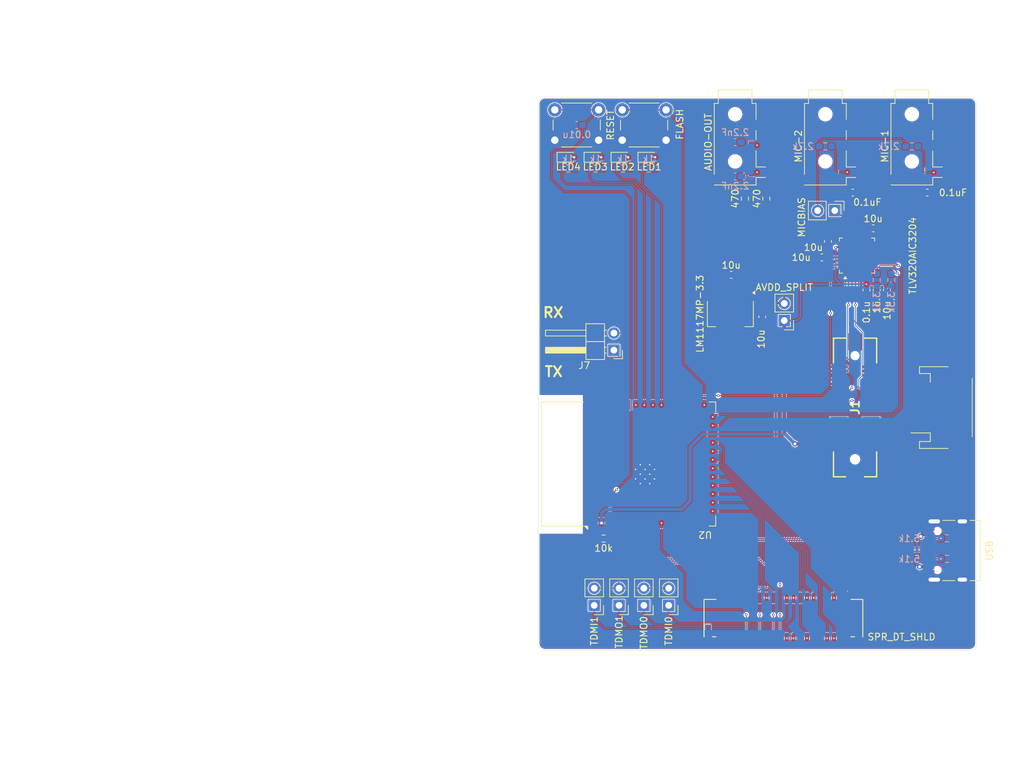
<source format=kicad_pcb>
(kicad_pcb (version 20241229) (generator "pcbnew") (generator_version "9.0")
  (layers (0 "F.Cu" signal) (2 "B.Cu" signal) (13 "F.Paste" user) (15 "B.Paste" user) (5 "F.SilkS" user "F.Silkscreen") (7 "B.SilkS" user "B.Silkscreen") (1 "F.Mask" user) (3 "B.Mask" user) (25 "Edge.Cuts" user))
  (net 0 "")
  (net 1 "/I2S_MP3_1")
  (net 3 "GND")
  (net 4 "MIDI-TX0")
  (net 6 "MIDI-TX1")
  (net 7 "/I2S_WCLK_MCU")
  (net 8 "MIDI-RX1")
  (net 11 "/I2S_MCLK_MCU")
  (net 12 "MIDI-TX4")
  (net 13 "/I2S_MP3_0")
  (net 14 "MIDI-TX3")
  (net 17 "MIDI-TX5")
  (net 18 "MIDI-RX0")
  (net 19 "MIDI-RX2")
  (net 20 "MIDI-RX3")
  (net 22 "/I2S_BCLK_MCU")
  (net 24 "MIDI-TX2")
  (net 26 "/I2S_ADPCM")
  (net 28 "Net-(U1-DVDD)")
  (net 29 "Net-(U1-AVDD)")
  (net 30 "Net-(U1-REF)")
  (net 31 "+3.3V")
  (net 32 "Net-(C7-Pad1)")
  (net 33 "Net-(C8-Pad2)")
  (net 34 "/AUDIO_IO/MIC2_IN")
  (net 35 "Net-(C9-Pad1)")
  (net 36 "Net-(C10-Pad1)")
  (net 37 "/AUDIO_IO/MIC1_IN")
  (net 38 "+3.3VA")
  (net 39 "+5V")
  (net 40 "/MCU/EN")
  (net 41 "Net-(D1-A)")
  (net 42 "Net-(D2-A)")
  (net 43 "Net-(D3-A)")
  (net 44 "Net-(D4-A)")
  (net 50 "/DOUT")
  (net 55 "/DIN")
  (net 56 "/WCLK")
  (net 61 "/MCLK")
  (net 63 "/BCLK")
  (net 66 "/MCU/USBDM")
  (net 67 "Net-(J5-CC1)")
  (net 68 "/MCU/USBDP")
  (net 69 "Net-(J5-CC2)")
  (net 70 "Net-(JP1-A)")
  (net 71 "/AUDIO_IO/MICBIAS")
  (net 72 "/AUDIO_IO/LINEOUT_L")
  (net 73 "/AUDIO_IO/LINEOUT_R")
  (net 74 "/MCU/LED1")
  (net 75 "/MCU/LED2")
  (net 76 "/MCU/LED3")
  (net 77 "/MCU/LED4")
  (net 79 "/SDA")
  (net 80 "/MCU/FLASH")
  (net 81 "/MCU/DEBUG_TX")
  (net 84 "/SCL")
  (net 85 "/MCU/DEBUG_RX")
  (net 86 "/TDMO0")
  (net 87 "/TDMI1")
  (net 88 "/TDMO1")
  (net 89 "/TDMI0")
  (net 90 "/I2S_IN")
  (net 91 "/CODEC_RESET")
  (footprint "parts:JST_SHD_SM40B-SRDS-G-TF_2x20_P1.0_Right_Angle" (layer "F.Cu") (at 166.37 143.2425)
    (property "Reference" "B1")
    (property "Value" "SPR_DT_SHLD")
  )
  (footprint "RF_Module:ESP32-S3-WROOM-1" (layer "F.Cu") (at 143.383 120.396 90)
    (property "Reference" "U2")
    (property "Value" "ESP32-S3-WROOM-1")
  )
  (footprint "Connector_PinHeader_2.54mm:PinHeader_1x02_P2.54mm_Vertical" (layer "F.Cu") (at 138.303 141.356 180)
    (property "Reference" "JP6" (hide yes))
    (property "Value" "TDMI1")
  )
  (footprint "Capacitor_SMD:C_0603_1608Metric_Pad1.08x0.95mm_HandSolder" (layer "F.Cu") (at 172.066 89.7485 180)
    (property "Reference" "C1" (hide yes))
    (property "Value" "10u")
  )
  (footprint "Capacitor_SMD:C_0603_1608Metric_Pad1.08x0.95mm_HandSolder" (layer "F.Cu") (at 181.737 94.5745 -90)
    (property "Reference" "C4" (hide yes))
    (property "Value" "10u")
  )
  (footprint "Resistor_SMD:R_0603_1608Metric_Pad0.98x0.95mm_HandSolder" (layer "F.Cu") (at 139.7 131.445)
    (property "Reference" "R7" (hide yes))
    (property "Value" "10k")
  )
  (footprint "LED_SMD:LED_0603_1608Metric_Pad1.05x0.95mm_HandSolder" (layer "F.Cu") (at 138.462 74.8895)
    (property "Reference" "D3" (hide yes))
    (property "Value" "LED3")
  )
  (footprint "Capacitor_SMD:C_0603_1608Metric_Pad1.08x0.95mm_HandSolder" (layer "F.Cu") (at 176.657 80.131)
    (property "Reference" "C9" (hide yes))
    (property "Value" "0.1uF")
  )
  (footprint "Capacitor_SMD:C_0603_1608Metric_Pad1.08x0.95mm_HandSolder" (layer "F.Cu") (at 187.706 80.131 180)
    (property "Reference" "C10" (hide yes))
    (property "Value" "0.1uF")
  )
  (footprint "Capacitor_SMD:C_0603_1608Metric_Pad1.08x0.95mm_HandSolder" (layer "F.Cu") (at 180.213 94.5745 90)
    (property "Reference" "C5" (hide yes))
    (property "Value" "1u")
  )
  (footprint "Connector_Audio:Jack_3.5mm_PJ320D_Horizontal" (layer "F.Cu") (at 185.42 73.279 -90)
    (property "Reference" "J3" (hide yes))
    (property "Value" "MIC-1")
  )
  (footprint "Button_Switch_THT:SW_PUSH_6mm_H8mm" (layer "F.Cu") (at 142.462 67.854)
    (property "Reference" "SW2" (hide yes))
    (property "Value" "FLASH")
  )
  (footprint "Capacitor_SMD:C_0603_1608Metric_Pad1.08x0.95mm_HandSolder" (layer "F.Cu") (at 179.686 85.4305 180)
    (property "Reference" "C3" (hide yes))
    (property "Value" "10u")
  )
  (footprint "Connector_PinHeader_2.54mm:PinHeader_1x02_P2.54mm_Vertical" (layer "F.Cu") (at 173.99 82.79225 -90)
    (property "Reference" "JP1" (hide yes))
    (property "Value" "MICBIAS")
  )
  (footprint "Button_Switch_THT:SW_PUSH_6mm_H8mm" (layer "F.Cu") (at 132.462 67.854)
    (property "Reference" "SW1" (hide yes))
    (property "Value" "RESET")
  )
  (footprint "LED_SMD:LED_0603_1608Metric_Pad1.05x0.95mm_HandSolder" (layer "F.Cu") (at 134.462 74.8895)
    (property "Reference" "D4" (hide yes))
    (property "Value" "LED4")
  )
  (footprint "Resistor_SMD:R_0603_1608Metric_Pad0.98x0.95mm_HandSolder" (layer "F.Cu") (at 163.83 81.026 90)
    (property "Reference" "R1" (hide yes))
    (property "Value" "470")
  )
  (footprint "Connector_JST:JST_PH_S4B-PH-SM4-TB_1x04-1MP_P2.00mm_Horizontal" (layer "F.Cu") (at 189.865 112.014 90)
    (property "Reference" "J6" (hide yes))
    (property "Value" "PWR5V")
  )
  (footprint "Package_DFN_QFN:VQFN-32-1EP_5x5mm_P0.5mm_EP3.5x3.5mm" (layer "F.Cu") (at 177.292 89.4745 90)
    (property "Reference" "U1" (hide yes))
    (property "Value" "TLV320AIC3204")
  )
  (footprint "Connector_PinHeader_2.54mm:PinHeader_1x02_P2.54mm_Vertical" (layer "F.Cu") (at 145.669 141.356 180)
    (property "Reference" "JP3" (hide yes))
    (property "Value" "TDMO0")
  )
  (footprint "Package_TO_SOT_SMD:SOT-223-3_TabPin2" (layer "F.Cu") (at 158.496 98.111 -90)
    (property "Reference" "U3" (hide yes))
    (property "Value" "LM1117MP-3.3")
  )
  (footprint "LED_SMD:LED_0603_1608Metric_Pad1.05x0.95mm_HandSolder" (layer "F.Cu") (at 146.462 74.8895)
    (property "Reference" "D1" (hide yes))
    (property "Value" "LED1")
  )
  (footprint "LED_SMD:LED_0603_1608Metric_Pad1.05x0.95mm_HandSolder" (layer "F.Cu") (at 142.462 74.8895)
    (property "Reference" "D2" (hide yes))
    (property "Value" "LED2")
  )
  (footprint "Resistor_SMD:R_0603_1608Metric_Pad0.98x0.95mm_HandSolder" (layer "F.Cu") (at 160.655 81.026 -90)
    (property "Reference" "R2" (hide yes))
    (property "Value" "470")
  )
  (footprint "Capacitor_SMD:C_0603_1608Metric_Pad1.08x0.95mm_HandSolder" (layer "F.Cu") (at 163.23 98.557 -90)
    (property "Reference" "C11" (hide yes))
    (property "Value" "10u")
  )
  (footprint "Capacitor_SMD:C_0603_1608Metric_Pad1.08x0.95mm_HandSolder" (layer "F.Cu") (at 172.974 87.376 -90)
    (property "Reference" "C2" (hide yes))
    (property "Value" "10u")
  )
  (footprint "Connector_USB:USB_C_Receptacle_Palconn_UTC16-G" (layer "F.Cu") (at 190.673 133.221 90)
    (property "Reference" "J5" (hide yes))
    (property "Value" "USB")
  )
  (footprint "Connector_PinHeader_2.54mm:PinHeader_1x02_P2.54mm_Horizontal" (layer "F.Cu") (at 141.224 103.505 180)
    (property "Reference" "J7")
    (property "Value" "Conn_01x02_Pin")
  )
  (footprint "Capacitor_SMD:C_0603_1608Metric_Pad1.08x0.95mm_HandSolder" (layer "F.Cu") (at 178.689 94.5745 90)
    (property "Reference" "C6" (hide yes))
    (property "Value" "0.1u")
  )
  (footprint "Connector_PinHeader_2.54mm:PinHeader_1x02_P2.54mm_Vertical" (layer "F.Cu") (at 141.986 141.356 180)
    (property "Reference" "JP4" (hide yes))
    (property "Value" "TDMO1")
  )
  (footprint "Connector_PinHeader_2.54mm:PinHeader_1x02_P2.54mm_Vertical" (layer "F.Cu") (at 166.496 99.111 180)
    (property "Reference" "JP2" (hide yes))
    (property "Value" "AVDD_SPLIT")
  )
  (footprint "Connector_Audio:Jack_3.5mm_PJ320D_Horizontal" (layer "F.Cu") (at 172.593 73.279 -90)
    (property "Reference" "J4" (hide yes))
    (property "Value" "MIC-2")
  )
  (footprint "parts:529010474" (layer "F.Cu") (at 177 112 90)
    (property "Reference" "J1")
    (property "Value" "SPR_DT_BC" (hide yes))
  )
  (footprint "Capacitor_SMD:C_0603_1608Metric_Pad1.08x0.95mm_HandSolder" (layer "F.Cu") (at 158.623 92.329 180)
    (property "Reference" "C12" (hide yes))
    (property "Value" "10u")
  )
  (footprint "Connector_Audio:Jack_3.5mm_PJ320D_Horizontal" (layer "F.Cu") (at 159.211 73.279 -90)
    (property "Reference" "J2" (hide yes))
    (property "Value" "AUDIO-OUT")
  )
  (footprint "Connector_PinHeader_2.54mm:PinHeader_1x02_P2.54mm_Vertical" (layer "F.Cu") (at 149.352 141.356 180)
    (property "Reference" "JP5" (hide yes))
    (property "Value" "TDMI0")
  )
  (footprint "Capacitor_SMD:C_0603_1608Metric_Pad1.08x0.95mm_HandSolder" (layer "B.Cu") (at 159.211 72.644)
    (property "Reference" "C8" (hide yes))
    (property "Value" "2.2nF")
  )
  (footprint "Resistor_SMD:R_0603_1608Metric_Pad0.98x0.95mm_HandSolder" (layer "B.Cu") (at 182.372 93.091 -90)
    (property "Reference" "R13" (hide yes))
    (property "Value" "3.3k")
  )
  (footprint "Resistor_SMD:R_0603_1608Metric_Pad0.98x0.95mm_HandSolder" (layer "B.Cu") (at 172.593 73.279 180)
    (property "Reference" "R3" (hide yes))
    (property "Value" "2.7k")
  )
  (footprint "Resistor_SMD:R_0603_1608Metric_Pad0.98x0.95mm_HandSolder" (layer "B.Cu") (at 180.213 93.091 -90)
    (property "Reference" "R12" (hide yes))
    (property "Value" "3.3k")
  )
  (footprint "Resistor_SMD:R_0603_1608Metric_Pad0.98x0.95mm_HandSolder" (layer "B.Cu") (at 134.446 76.5575)
    (property "Reference" "R11" (hide yes))
    (property "Value" "1k")
  )
  (footprint "Resistor_SMD:R_0603_1608Metric_Pad0.98x0.95mm_HandSolder" (layer "B.Cu") (at 138.51 76.5575)
    (property "Reference" "R10" (hide yes))
    (property "Value" "1k")
  )
  (footprint "Resistor_SMD:R_0603_1608Metric_Pad0.98x0.95mm_HandSolder" (layer "B.Cu") (at 190.627 134.455)
    (property "Reference" "R5" (hide yes))
    (property "Value" "5.1k")
  )
  (footprint "Capacitor_SMD:C_0603_1608Metric_Pad1.08x0.95mm_HandSolder" (layer "B.Cu") (at 159.211 77.724 180)
    (property "Reference" "C7" (hide yes))
    (property "Value" "2.2nF")
  )
  (footprint "Resistor_SMD:R_0603_1608Metric_Pad0.98x0.95mm_HandSolder" (layer "B.Cu") (at 146.384 76.5575)
    (property "Reference" "R8" (hide yes))
    (property "Value" "1k")
  )
  (footprint "Capacitor_SMD:C_0603_1608Metric_Pad1.08x0.95mm_HandSolder" (layer "B.Cu") (at 135.712 70.104 180)
    (property "Reference" "C13" (hide yes))
    (property "Value" "0.01u")
  )
  (footprint "Resistor_SMD:R_0603_1608Metric_Pad0.98x0.95mm_HandSolder" (layer "B.Cu") (at 142.574 76.5575)
    (property "Reference" "R9" (hide yes))
    (property "Value" "1k")
  )
  (footprint "Resistor_SMD:R_0603_1608Metric_Pad0.98x0.95mm_HandSolder" (layer "B.Cu") (at 190.627 131.407)
    (property "Reference" "R6" (hide yes))
    (property "Value" "5.1k")
  )
  (footprint "Resistor_SMD:R_0603_1608Metric_Pad0.98x0.95mm_HandSolder" (layer "B.Cu") (at 185.42 73.279 180)
    (property "Reference" "R4" (hide yes))
    (property "Value" "2.7k")
  )
  (gr_arc (start 131 148) (mid 130.292893 147.707107) (end 130 147) (stroke (width 0.05)) (layer "Edge.Cuts"))
  (gr_arc (start 195 147) (mid 194.707107 147.707107) (end 194 148) (stroke (width 0.05)) (layer "Edge.Cuts"))
  (gr_line (start 194 148) (end 131 148) (stroke (width 0.05)) (layer "Edge.Cuts"))
  (gr_arc (start 194 66) (mid 194.707107 66.292893) (end 195 67) (stroke (width 0.05)) (layer "Edge.Cuts"))
  (gr_line (start 130 147) (end 130 67) (stroke (width 0.05)) (layer "Edge.Cuts"))
  (gr_line (start 195 67) (end 195 147) (stroke (width 0.05)) (layer "Edge.Cuts"))
  (gr_line (start 131 66) (end 194 66) (stroke (width 0.05)) (layer "Edge.Cuts"))
  (gr_arc (start 130 67) (mid 130.292893 66.292893) (end 131 66) (stroke (width 0.05)) (layer "Edge.Cuts"))
  (gr_text "TX" (at 130.81 107.569 0) (layer "F.SilkS") (effects (font (size 1.5 1.5) (thickness 0.3) (bold yes)) (justify left bottom)))
  (gr_text "RX" (at 130.556 98.806 0) (layer "F.SilkS") (effects (font (size 1.5 1.5) (thickness 0.3) (bold yes)) (justify left bottom)))
  (via (at 169.87 146.2425) (size 0.4) (drill 0.2) (layers "F.Cu" "B.Cu") (net 1))
  (via (at 155.883 123.571) (size 0.4) (drill 0.2) (layers "F.Cu" "B.Cu") (net 1))
  (segment (start 169.87 145.359) (end 168.91 144.399) (width 0.127) (layer "B.Cu") (net 1))
  (segment (start 158.942872 123.571) (end 155.883 123.571) (width 0.127) (layer "B.Cu") (net 1))
  (segment (start 168.91 144.399) (end 168.91 133.538128) (width 0.127) (layer "B.Cu") (net 1))
  (segment (start 168.91 133.538128) (end 158.942872 123.571) (width 0.127) (layer "B.Cu") (net 1))
  (segment (start 169.87 146.2425) (end 169.87 145.359) (width 0.127) (layer "B.Cu") (net 1))
  (segment (start 164.87 139.442501) (end 164.87 140.2425) (width 0.127) (layer "F.Cu") (net 4))
  (segment (start 149.553 129.146) (end 149.553 133.043) (width 0.127) (layer "F.Cu") (net 4))
  (segment (start 150.622 134.112) (end 156.336001 134.112) (width 0.127) (layer "F.Cu") (net 4))
  (segment (start 156.337 134.111001) (end 156.822304 134.111) (width 0.127) (layer "F.Cu") (net 4))
  (segment (start 156.336001 134.112) (end 156.337 134.111001) (width 0.127) (layer "F.Cu") (net 4))
  (segment (start 161.395304 138.684) (end 164.111499 138.684) (width 0.127) (layer "F.Cu") (net 4))
  (segment (start 149.553 133.043) (end 150.622 134.112) (width 0.127) (layer "F.Cu") (net 4))
  (segment (start 164.111499 138.684) (end 164.87 139.442501) (width 0.127) (layer "F.Cu") (net 4))
  (segment (start 156.822304 134.111) (end 161.395304 138.684) (width 0.127) (layer "F.Cu") (net 4))
  (via (at 155.883 126.111) (size 0.4) (drill 0.2) (layers "F.Cu" "B.Cu") (net 6))
  (via (at 163.87 140.2425) (size 0.4) (drill 0.2) (layers "F.Cu" "B.Cu") (net 6))
  (segment (start 160.761624 126.111) (end 155.883 126.111) (width 0.127) (layer "B.Cu") (net 6))
  (segment (start 163.125 137.852) (end 163.124999 128.474375) (width 0.127) (layer "B.Cu") (net 6))
  (segment (start 163.124999 128.474375) (end 160.761624 126.111) (width 0.127) (layer "B.Cu") (net 6))
  (segment (start 163.87 138.597) (end 163.125 137.852) (width 0.127) (layer "B.Cu") (net 6))
  (segment (start 163.87 140.2425) (end 163.87 138.597) (width 0.127) (layer "B.Cu") (net 6))
  (via (at 155.883 117.221) (size 0.4) (drill 0.2) (layers "F.Cu" "B.Cu") (net 7))
  (via (at 173.87 140.2425) (size 0.4) (drill 0.2) (layers "F.Cu" "B.Cu") (net 7))
  (segment (start 170.184999 133.629375) (end 170.184997 133.629373) (width 0.127) (layer "B.Cu") (net 7))
  (segment (start 156.718 117.221) (end 155.883 117.221) (width 0.127) (layer "B.Cu") (net 7))
  (segment (start 173.87 139.620752) (end 170.184999 135.935751) (width 0.127) (layer "B.Cu") (net 7))
  (segment (start 173.87 140.2425) (end 173.87 139.620752) (width 0.127) (layer "B.Cu") (net 7))
  (segment (start 170.184996 133.010004) (end 157.48 120.305008) (width 0.127) (layer "B.Cu") (net 7))
  (segment (start 157.48 120.305008) (end 157.48 117.983) (width 0.127) (layer "B.Cu") (net 7))
  (segment (start 157.48 117.983) (end 156.718 117.221) (width 0.127) (layer "B.Cu") (net 7))
  (segment (start 170.184997 133.629373) (end 170.184996 133.010004) (width 0.127) (layer "B.Cu") (net 7))
  (segment (start 170.184999 135.935751) (end 170.184999 133.629375) (width 0.127) (layer "B.Cu") (net 7))
  (segment (start 164.87 146.2425) (end 164.87 142.772) (width 0.127) (layer "F.Cu") (net 8))
  (via (at 164.87 142.772) (size 0.4) (drill 0.2) (layers "F.Cu" "B.Cu") (net 8))
  (via (at 155.883 124.841) (size 0.4) (drill 0.2) (layers "F.Cu" "B.Cu") (net 8))
  (segment (start 164.87 139.236376) (end 163.38 137.746376) (width 0.127) (layer "B.Cu") (net 8))
  (segment (start 164.87 142.772) (end 164.87 139.236376) (width 0.127) (layer "B.Cu") (net 8))
  (segment (start 163.38 137.746376) (end 163.379998 128.36875) (width 0.127) (layer "B.Cu") (net 8))
  (segment (start 159.852248 124.841) (end 155.883 124.841) (width 0.127) (layer "B.Cu") (net 8))
  (segment (start 163.379998 128.36875) (end 159.852248 124.841) (width 0.127) (layer "B.Cu") (net 8))
  (via (at 172.87 146.2425) (size 0.4) (drill 0.2) (layers "F.Cu" "B.Cu") (net 11))
  (via (at 155.883 119.761) (size 0.4) (drill 0.2) (layers "F.Cu" "B.Cu") (net 11))
  (segment (start 156.214744 119.761) (end 155.883 119.761) (width 0.127) (layer "B.Cu") (net 11))
  (segment (start 169.674997 133.221253) (end 156.214744 119.761) (width 0.127) (layer "B.Cu") (net 11))
  (segment (start 172.87 143.914) (end 171.704 142.748) (width 0.127) (layer "B.Cu") (net 11))
  (segment (start 172.87 146.2425) (end 172.87 143.914) (width 0.127) (layer "B.Cu") (net 11))
  (segment (start 169.674999 136.146999) (end 169.674997 133.221253) (width 0.127) (layer "B.Cu") (net 11))
  (segment (start 171.704 138.176) (end 169.674999 136.146999) (width 0.127) (layer "B.Cu") (net 11))
  (segment (start 171.704 142.748) (end 171.704 138.176) (width 0.127) (layer "B.Cu") (net 11))
  (segment (start 160.87 142.748) (end 160.87 142.66) (width 0.127) (layer "F.Cu") (net 12))
  (segment (start 160.87 146.2425) (end 160.87 142.748) (width 0.127) (layer "F.Cu") (net 12))
  (via (at 148.283 129.146) (size 0.4) (drill 0.2) (layers "F.Cu" "B.Cu") (net 12))
  (via (at 160.87 142.748) (size 0.4) (drill 0.2) (layers "F.Cu" "B.Cu") (net 12))
  (segment (start 151.765 136.525) (end 148.283 133.043) (width 0.127) (layer "B.Cu") (net 12))
  (segment (start 148.283 133.043) (end 148.283 129.146) (width 0.127) (layer "B.Cu") (net 12))
  (segment (start 160.108 141.986) (end 153.162 141.986) (width 0.127) (layer "B.Cu") (net 12))
  (segment (start 160.87 142.748) (end 160.108 141.986) (width 0.127) (layer "B.Cu") (net 12))
  (segment (start 151.765 140.589) (end 151.765 136.525) (width 0.127) (layer "B.Cu") (net 12))
  (segment (start 153.162 141.986) (end 151.765 140.589) (width 0.127) (layer "B.Cu") (net 12))
  (via (at 155.883 122.301) (size 0.4) (drill 0.2) (layers "F.Cu" "B.Cu") (net 13))
  (via (at 169.87 140.2425) (size 0.4) (drill 0.2) (layers "F.Cu" "B.Cu") (net 13))
  (segment (start 169.87 139.136) (end 169.165 138.431) (width 0.127) (layer "B.Cu") (net 13))
  (segment (start 169.87 140.2425) (end 169.87 139.136) (width 0.127) (layer "B.Cu") (net 13))
  (segment (start 158.033496 122.301) (end 155.883 122.301) (width 0.127) (layer "B.Cu") (net 13))
  (segment (start 169.164999 133.432503) (end 158.033496 122.301) (width 0.127) (layer "B.Cu") (net 13))
  (segment (start 169.165 138.431) (end 169.164999 133.432503) (width 0.127) (layer "B.Cu") (net 13))
  (segment (start 147.066 134.62) (end 145.743 133.297) (width 0.127) (layer "F.Cu") (net 14))
  (segment (start 145.743 133.297) (end 145.743 129.146) (width 0.127) (layer "F.Cu") (net 14))
  (segment (start 161.87 140.2425) (end 161.87 139.879944) (width 0.127) (layer "F.Cu") (net 14))
  (segment (start 161.87 139.879944) (end 156.610056 134.62) (width 0.127) (layer "F.Cu") (net 14))
  (segment (start 156.610056 134.62) (end 147.066 134.62) (width 0.127) (layer "F.Cu") (net 14))
  (segment (start 159.893 140.2195) (end 159.893 138.684) (width 0.127) (layer "F.Cu") (net 17))
  (segment (start 156.337 135.128) (end 145.034 135.128) (width 0.127) (layer "F.Cu") (net 17))
  (segment (start 143.203 133.297) (end 143.203 129.146) (width 0.127) (layer "F.Cu") (net 17))
  (segment (start 159.87 140.2425) (end 159.893 140.2195) (width 0.127) (layer "F.Cu") (net 17))
  (segment (start 159.893 138.684) (end 156.337 135.128) (width 0.127) (layer "F.Cu") (net 17))
  (segment (start 145.034 135.128) (end 143.203 133.297) (width 0.127) (layer "F.Cu") (net 17))
  (segment (start 162.157624 133.857) (end 151.384 133.857) (width 0.127) (layer "F.Cu") (net 18))
  (segment (start 151.384 133.857) (end 150.823 133.296) (width 0.127) (layer "F.Cu") (net 18))
  (segment (start 165.862 138.303) (end 165.862 137.561376) (width 0.127) (layer "F.Cu") (net 18))
  (segment (start 165.862 137.561376) (end 162.157624 133.857) (width 0.127) (layer "F.Cu") (net 18))
  (segment (start 150.823 133.296) (end 150.823 129.146) (width 0.127) (layer "F.Cu") (net 18))
  (segment (start 165.87 146.2425) (end 165.87 142.756) (width 0.127) (layer "F.Cu") (net 18))
  (via (at 165.87 142.756) (size 0.4) (drill 0.2) (layers "F.Cu" "B.Cu") (net 18))
  (via (at 165.862 138.303) (size 0.4) (drill 0.2) (layers "F.Cu" "B.Cu") (net 18))
  (segment (start 165.87 142.756) (end 165.87 138.311) (width 0.127) (layer "B.Cu") (net 18))
  (segment (start 165.87 138.311) (end 165.862 138.303) (width 0.127) (layer "B.Cu") (net 18))
  (segment (start 162.87 140.2425) (end 162.87 139.248) (width 0.127) (layer "F.Cu") (net 19))
  (segment (start 156.71668 134.366) (end 148.336 134.366) (width 0.127) (layer "F.Cu") (net 19))
  (segment (start 162.87 139.248) (end 162.56 138.938) (width 0.127) (layer "F.Cu") (net 19))
  (segment (start 147.013 133.043) (end 147.013 129.146) (width 0.127) (layer "F.Cu") (net 19))
  (segment (start 162.56 138.938) (end 161.28868 138.938) (width 0.127) (layer "F.Cu") (net 19))
  (segment (start 161.28868 138.938) (end 156.71668 134.366) (width 0.127) (layer "F.Cu") (net 19))
  (segment (start 148.336 134.366) (end 147.013 133.043) (width 0.127) (layer "F.Cu") (net 19))
  (segment (start 156.464 134.874) (end 146.431 134.874) (width 0.127) (layer "F.Cu") (net 20))
  (segment (start 144.473 132.916) (end 144.473 129.146) (width 0.127) (layer "F.Cu") (net 20))
  (segment (start 160.87 140.2425) (end 160.87 139.28) (width 0.127) (layer "F.Cu") (net 20))
  (segment (start 146.431 134.874) (end 144.473 132.916) (width 0.127) (layer "F.Cu") (net 20))
  (segment (start 160.87 139.28) (end 156.464 134.874) (width 0.127) (layer "F.Cu") (net 20))
  (via (at 155.883 118.491) (size 0.4) (drill 0.2) (layers "F.Cu" "B.Cu") (net 22))
  (via (at 173.87 146.2425) (size 0.4) (drill 0.2) (layers "F.Cu" "B.Cu") (net 22))
  (segment (start 157.099 120.284632) (end 169.929996 133.115628) (width 0.127) (layer "B.Cu") (net 22))
  (segment (start 171.959 142.621) (end 173.87 144.532) (width 0.127) (layer "B.Cu") (net 22))
  (segment (start 169.929999 133.734999) (end 169.929999 136.041375) (width 0.127) (layer "B.Cu") (net 22))
  (segment (start 171.958999 138.070375) (end 171.959 142.621) (width 0.127) (layer "B.Cu") (net 22))
  (segment (start 169.929997 133.734997) (end 169.929999 133.734999) (width 0.127) (layer "B.Cu") (net 22))
  (segment (start 173.87 144.532) (end 173.87 146.2425) (width 0.127) (layer "B.Cu") (net 22))
  (segment (start 157.099 118.999) (end 157.099 120.284632) (width 0.127) (layer "B.Cu") (net 22))
  (segment (start 169.929999 136.041375) (end 171.958999 138.070375) (width 0.127) (layer "B.Cu") (net 22))
  (segment (start 156.591 118.491) (end 157.099 118.999) (width 0.127) (layer "B.Cu") (net 22))
  (segment (start 155.883 118.491) (end 156.591 118.491) (width 0.127) (layer "B.Cu") (net 22))
  (segment (start 169.929996 133.115628) (end 169.929997 133.734997) (width 0.127) (layer "B.Cu") (net 22))
  (segment (start 162.87 146.2425) (end 162.87 142.748) (width 0.127) (layer "F.Cu") (net 24))
  (segment (start 162.87 142.748) (end 162.87 142.677) (width 0.127) (layer "F.Cu") (net 24))
  (via (at 162.87 142.748) (size 0.4) (drill 0.2) (layers "F.Cu" "B.Cu") (net 24))
  (via (at 155.883 127.381) (size 0.4) (drill 0.2) (layers "F.Cu" "B.Cu") (net 24))
  (segment (start 162.87 128.58) (end 161.671 127.381) (width 0.127) (layer "B.Cu") (net 24))
  (segment (start 161.671 127.381) (end 155.883 127.381) (width 0.127) (layer "B.Cu") (net 24))
  (segment (start 162.87 142.748) (end 162.87 128.58) (width 0.127) (layer "B.Cu") (net 24))
  (via (at 170.87 140.2425) (size 0.4) (drill 0.2) (layers "F.Cu" "B.Cu") (net 26))
  (via (at 155.883 121.031) (size 0.4) (drill 0.2) (layers "F.Cu" "B.Cu") (net 26))
  (segment (start 170.87 139.753) (end 169.42 138.303) (width 0.127) (layer "B.Cu") (net 26))
  (segment (start 170.87 140.2425) (end 170.87 139.753) (width 0.127) (layer "B.Cu") (net 26))
  (segment (start 157.12412 121.031) (end 155.883 121.031) (width 0.127) (layer "B.Cu") (net 26))
  (segment (start 169.42 138.303) (end 169.419998 133.326878) (width 0.127) (layer "B.Cu") (net 26))
  (segment (start 169.419998 133.326878) (end 157.12412 121.031) (width 0.127) (layer "B.Cu") (net 26))
  (segment (start 172.9525 89.7245) (end 172.9285 89.7485) (width 0.3) (layer "F.Cu") (net 28))
  (segment (start 174.842 89.7245) (end 172.9525 89.7245) (width 0.3) (layer "F.Cu") (net 28))
  (segment (start 172.974 86.5135) (end 175.031 86.5135) (width 0.3) (layer "F.Cu") (net 29))
  (segment (start 175.031 86.5135) (end 175.542 87.0245) (width 0.3) (layer "F.Cu") (net 29))
  (segment (start 178.542 87.0245) (end 178.542 85.712) (width 0.3) (layer "F.Cu") (net 30))
  (segment (start 178.542 85.712) (end 178.8235 85.4305) (width 0.3) (layer "F.Cu") (net 30))
  (segment (start 181.229 116.283) (end 180.75 116.762) (width 0.15) (layer "F.Cu") (net 31))
  (segment (start 174.1575 88.2245) (end 174.842 88.2245) (width 0.3) (layer "F.Cu") (net 31))
  (segment (start 178.689 93.712) (end 180.213 93.712) (width 0.3) (layer "F.Cu") (net 31))
  (segment (start 178.042 91.9245) (end 178.042 93.065) (width 0.3) (layer "F.Cu") (net 31))
  (segment (start 178.042 93.065) (end 178.689 93.712) (width 0.3) (layer "F.Cu") (net 31))
  (segment (start 174.65 113.587) (end 173.25 113.587) (width 0.15) (layer "F.Cu") (net 31))
  (segment (start 166.496 115.823) (end 166.496 99.111) (width 0.5) (layer "F.Cu") (net 31))
  (segment (start 180.75 116.762) (end 179.35 116.762) (width 0.15) (layer "F.Cu") (net 31))
  (segment (start 172.72 116.232) (end 173.25 116.762) (width 0.15) (layer "F.Cu") (net 31))
  (segment (start 174.65 117.397) (end 168.07 117.397) (width 0.5) (layer "F.Cu") (net 31))
  (segment (start 180.213 93.712) (end 181.737 93.712) (width 0.3) (layer "F.Cu") (net 31))
  (segment (start 179.35 113.587) (end 180.75 113.587) (width 0.15) (layer "F.Cu") (net 31))
  (segment (start 181.229 114.066) (end 181.229 116.283) (width 0.15) (layer "F.Cu") (net 31))
  (segment (start 173.25 113.587) (end 172.72 114.117) (width 0.15) (layer "F.Cu") (net 31))
  (segment (start 174.117 88.265) (end 174.1575 88.2245) (width 0.3) (layer "F.Cu") (net 31))
  (segment (start 173.25 116.762) (end 174.65 116.762) (width 0.15) (layer "F.Cu") (net 31))
  (segment (start 139.393 130.8395) (end 138.7875 131.445) (width 0.3) (layer "F.Cu") (net 31))
  (segment (start 180.75 113.587) (end 181.229 114.066) (width 0.15) (layer "F.Cu") (net 31))
  (segment (start 172.72 114.117) (end 172.72 116.232) (width 0.15) (layer "F.Cu") (net 31))
  (segment (start 139.393 129.146) (end 139.393 130.8395) (width 0.3) (layer "F.Cu") (net 31))
  (segment (start 168.07 117.397) (end 166.496 115.823) (width 0.5) (layer "F.Cu") (net 31))
  (via (at 178.689 93.712) (size 0.4) (drill 0.2) (layers "F.Cu" "B.Cu") (net 31))
  (via (at 139.393 129.146) (size 0.8) (drill 0.4) (layers "F.Cu" "B.Cu") (net 31))
  (via (at 174.117 88.265) (size 0.4) (drill 0.2) (layers "F.Cu" "B.Cu") (net 31))
  (via (at 168.07 117.397) (size 0.8) (drill 0.4) (layers "F.Cu" "B.Cu") (net 31))
  (segment (start 152.527 125.857) (end 151.257 127.127) (width 0.5) (layer "B.Cu") (net 31))
  (segment (start 139.393 127.688) (end 139.393 129.146) (width 0.5) (layer "B.Cu") (net 31))
  (segment (start 180.213 94.0035) (end 178.9805 94.0035) (width 0.15) (layer "B.Cu") (net 31))
  (segment (start 151.257 127.127) (end 139.954 127.127) (width 0.5) (layer "B.Cu") (net 31))
  (segment (start 169.926 93.726) (end 168.91 94.742) (width 0.3) (layer "B.Cu") (net 31))
  (segment (start 152.527 117.856) (end 152.527 125.857) (width 0.5) (layer "B.Cu") (net 31))
  (segment (start 174.117 88.265) (end 174.117 92.964) (width 0.3) (layer "B.Cu") (net 31))
  (segment (start 168.07 117.397) (end 166.624 115.951) (width 0.5) (layer "B.Cu") (net 31))
  (segment (start 174.893 93.712) (end 178.689 93.712) (width 0.3) (layer "B.Cu") (net 31))
  (segment (start 168.91 94.742) (end 168.91 98.552) (width 0.3) (layer "B.Cu") (net 31))
  (segment (start 174.879 93.726) (end 174.893 93.712) (width 0.3) (layer "B.Cu") (net 31))
  (segment (start 154.432 115.951) (end 152.527 117.856) (width 0.5) (layer "B.Cu") (net 31))
  (segment (start 180.213 94.0035) (end 182.372 94.0035) (width 0.15) (layer "B.Cu") (net 31))
  (segment (start 168.91 98.552) (end 168.351 99.111) (width 0.3) (layer "B.Cu") (net 31))
  (segment (start 168.351 99.111) (end 166.496 99.111) (width 0.3) (layer "B.Cu") (net 31))
  (segment (start 174.117 92.964) (end 174.8155 93.6625) (width 0.3) (layer "B.Cu") (net 31))
  (segment (start 174.879 93.726) (end 169.926 93.726) (width 0.3) (layer "B.Cu") (net 31))
  (segment (start 174.8155 93.6625) (end 174.879 93.726) (width 0.3) (layer "B.Cu") (net 31))
  (segment (start 139.954 127.127) (end 139.393 127.688) (width 0.5) (layer "B.Cu") (net 31))
  (segment (start 178.9805 94.0035) (end 178.689 93.712) (width 0.15) (layer "B.Cu") (net 31))
  (segment (start 166.624 115.951) (end 154.432 115.951) (width 0.5) (layer "B.Cu") (net 31))
  (segment (start 163.83 77.978) (end 162.956 77.104) (width 0.127) (layer "F.Cu") (net 32))
  (segment (start 162.956 77.104) (end 162.461 77.104) (width 0.127) (layer "F.Cu") (net 32))
  (segment (start 163.83 80.1135) (end 163.83 77.978) (width 0.127) (layer "F.Cu") (net 32))
  (via (at 162.461 77.104) (size 0.4) (drill 0.2) (layers "F.Cu" "B.Cu") (net 32))
  (segment (start 160.0735 77.724) (end 161.841 77.724) (width 0.127) (layer "B.Cu") (net 32))
  (segment (start 161.841 77.724) (end 162.461 77.104) (width 0.127) (layer "B.Cu") (net 32))
  (segment (start 161.465 73.104) (end 162.461 73.104) (width 0.127) (layer "F.Cu") (net 33))
  (segment (start 160.655 73.914) (end 161.465 73.104) (width 0.127) (layer "F.Cu") (net 33))
  (segment (start 160.655 80.1135) (end 160.655 73.914) (width 0.127) (layer "F.Cu") (net 33))
  (via (at 162.461 73.104) (size 0.4) (drill 0.2) (layers "F.Cu" "B.Cu") (net 33))
  (segment (start 162.001 72.644) (end 162.461 73.104) (width 0.127) (layer "B.Cu") (net 33))
  (segment (start 160.0735 72.644) (end 162.001 72.644) (width 0.127) (layer "B.Cu") (net 33))
  (segment (start 183.636 80.131) (end 185.42 81.915) (width 0.127) (layer "F.Cu") (net 34))
  (segment (start 185.42 87.503) (end 184.1985 88.7245) (width 0.127) (layer "F.Cu") (net 34))
  (segment (start 184.1985 88.7245) (end 179.742 88.7245) (width 0.127) (layer "F.Cu") (net 34))
  (segment (start 177.5195 80.131) (end 183.636 80.131) (width 0.127) (layer "F.Cu") (net 34))
  (segment (start 185.42 81.915) (end 185.42 87.503) (width 0.127) (layer "F.Cu") (net 34))
  (segment (start 175.843 80.0825) (end 175.7945 80.131) (width 0.127) (layer "F.Cu") (net 35))
  (segment (start 175.843 77.104) (end 175.843 80.0825) (width 0.127) (layer "F.Cu") (net 35))
  (via (at 175.843 77.104) (size 0.4) (drill 0.2) (layers "F.Cu" "B.Cu") (net 35))
  (segment (start 174.513 77.104) (end 174.117 76.708) (width 0.127) (layer "B.Cu") (net 35))
  (segment (start 174.117 73.8905) (end 173.5055 73.279) (width 0.127) (layer "B.Cu") (net 35))
  (segment (start 174.117 76.708) (end 174.117 73.8905) (width 0.127) (layer "B.Cu") (net 35))
  (segment (start 175.843 77.104) (end 174.513 77.104) (width 0.127) (layer "B.Cu") (net 35))
  (segment (start 188.67 77.141) (end 188.67 80.0295) (width 0.127) (layer "F.Cu") (net 36))
  (segment (start 188.67 80.0295) (end 188.5685 80.131) (width 0.127) (layer "F.Cu") (net 36))
  (segment (start 188.67 77.104) (end 188.67 77.141) (width 0.127) (layer "F.Cu") (net 36))
  (via (at 188.67 77.141) (size 0.4) (drill 0.2) (layers "F.Cu" "B.Cu") (net 36))
  (segment (start 187.198 74.1445) (end 186.3325 73.279) (width 0.127) (layer "B.Cu") (net 36))
  (segment (start 187.198 76.962) (end 187.198 74.1445) (width 0.127) (layer "B.Cu") (net 36))
  (segment (start 188.67 77.141) (end 187.377 77.141) (width 0.127) (layer "B.Cu") (net 36))
  (segment (start 187.377 77.141) (end 187.198 76.962) (width 0.127) (layer "B.Cu") (net 36))
  (segment (start 185.8575 89.2245) (end 179.742 89.2245) (width 0.127) (layer "F.Cu") (net 37))
  (segment (start 186.8435 88.2385) (end 185.8575 89.2245) (width 0.127) (layer "F.Cu") (net 37))
  (segment (start 186.8435 88.2385) (end 186.8435 80.131) (width 0.127) (layer "F.Cu") (net 37))
  (segment (start 167.894 91.059) (end 166.496 92.457) (width 0.3) (layer "F.Cu") (net 38))
  (segment (start 166.445 96.52) (end 166.496 96.571) (width 0.3) (layer "F.Cu") (net 38))
  (segment (start 158.496 94.961) (end 158.496 101.261) (width 0.3) (layer "F.Cu") (net 38))
  (segment (start 166.496 92.457) (end 166.496 96.571) (width 0.3) (layer "F.Cu") (net 38))
  (segment (start 163.23 100.422) (end 163.23 99.4195) (width 0.3) (layer "F.Cu") (net 38))
  (segment (start 174.842 90.2245) (end 174.0625 90.2245) (width 0.3) (layer "F.Cu") (net 38))
  (segment (start 165.354 96.52) (end 166.445 96.52) (width 0.3) (layer "F.Cu") (net 38))
  (segment (start 163.23 99.4195) (end 164.1055 99.4195) (width 0.3) (layer "F.Cu") (net 38))
  (segment (start 164.1055 99.4195) (end 164.719 98.806) (width 0.3) (layer "F.Cu") (net 38))
  (segment (start 164.719 98.806) (end 164.719 97.155) (width 0.3) (layer "F.Cu") (net 38))
  (segment (start 158.496 101.261) (end 162.391 101.261) (width 0.3) (layer "F.Cu") (net 38))
  (segment (start 173.228 91.059) (end 167.894 91.059) (width 0.3) (layer "F.Cu") (net 38))
  (segment (start 174.0625 90.2245) (end 173.228 91.059) (width 0.3) (layer "F.Cu") (net 38))
  (segment (start 162.391 101.261) (end 163.23 100.422) (width 0.3) (layer "F.Cu") (net 38))
  (segment (start 164.719 97.155) (end 165.354 96.52) (width 0.3) (layer "F.Cu") (net 38))
  (segment (start 156.196 92.851) (end 156.718 92.329) (width 0.3) (layer "F.Cu") (net 39))
  (segment (start 188.148 135.636) (end 188.163 135.621) (width 0.5) (layer "F.Cu") (net 39))
  (segment (start 155.448 102.235) (end 157.353 104.14) (width 0.3) (layer "F.Cu") (net 39))
  (segment (start 156.196 94.961) (end 155.448 95.709) (width 0.3) (layer "F.Cu") (net 39))
  (segment (start 169.164 123.825) (end 186.507 123.825) (width 0.3) (layer "F.Cu") (net 39))
  (segment (start 155.448 95.709) (end 155.448 102.235) (width 0.3) (layer "F.Cu") (net 39))
  (segment (start 169.164 123.825) (end 165.227 119.888) (width 0.3) (layer "F.Cu") (net 39))
  (segment (start 186.563 135.636) (end 188.148 135.636) (width 0.5) (layer "F.Cu") (net 39))
  (segment (start 187.015 124.333) (end 187.015 130.866) (width 0.5) (layer "F.Cu") (net 39))
  (segment (start 187.015 115.014) (end 187.015 124.333) (width 0.5) (layer "F.Cu") (net 39))
  (segment (start 165.227 105.918) (end 165.227 119.888) (width 0.3) (layer "F.Cu") (net 39))
  (segment (start 187.015 115.014) (end 187.015 113.014) (width 0.5) (layer "F.Cu") (net 39))
  (segment (start 156.718 92.329) (end 157.7605 92.329) (width 0.3) (layer "F.Cu") (net 39))
  (segment (start 186.507 123.825) (end 187.015 124.333) (width 0.3) (layer "F.Cu") (net 39))
  (segment (start 187.015 130.866) (end 186.7535 131.1275) (width 0.5) (layer "F.Cu") (net 39))
  (segment (start 186.7535 131.1275) (end 187.06 130.821) (width 0.5) (layer "F.Cu") (net 39))
  (segment (start 157.353 104.14) (end 163.449 104.14) (width 0.3) (layer "F.Cu") (net 39))
  (segment (start 187.06 130.821) (end 188.163 130.821) (width 0.5) (layer "F.Cu") (net 39))
  (segment (start 163.449 104.14) (end 165.227 105.918) (width 0.3) (layer "F.Cu") (net 39))
  (segment (start 156.196 94.961) (end 156.196 92.851) (width 0.3) (layer "F.Cu") (net 39))
  (via (at 186.563 135.636) (size 0.8) (drill 0.4) (layers "F.Cu" "B.Cu") (net 39))
  (via (at 186.7535 131.1275) (size 0.8) (drill 0.4) (layers "F.Cu" "B.Cu") (net 39))
  (segment (start 186.182 131.699) (end 186.182 135.255) (width 0.5) (layer "B.Cu") (net 39))
  (segment (start 186.182 135.255) (end 186.563 135.636) (width 0.5) (layer "B.Cu") (net 39))
  (segment (start 186.7535 131.1275) (end 186.182 131.699) (width 0.5) (layer "B.Cu") (net 39))
  (segment (start 140.663 129.146) (end 140.663 125.148) (width 0.15) (layer "F.Cu") (net 40))
  (segment (start 140.6125 131.445) (end 140.6125 129.1965) (width 0.15) (layer "F.Cu") (net 40))
  (segment (start 140.663 125.148) (end 141.605 124.206) (width 0.15) (layer "F.Cu") (net 40))
  (segment (start 140.6125 129.1965) (end 140.65 129.159) (width 0.15) (layer "F.Cu") (net 40))
  (segment (start 132.462 67.854) (end 138.962 67.854) (width 0.15) (layer "F.Cu") (net 40))
  (segment (start 140.65 129.159) (end 140.663 129.146) (width 0.15) (layer "F.Cu") (net 40))
  (via (at 141.605 124.206) (size 0.4) (drill 0.2) (layers "F.Cu" "B.Cu") (net 40))
  (segment (start 143.764 122.047) (end 141.605 124.206) (width 0.127) (layer "B.Cu") (net 40))
  (segment (start 136.5745 72.2135) (end 135.001 73.787) (width 0.15) (layer "B.Cu") (net 40))
  (segment (start 143.764 81.026) (end 143.764 122.047) (width 0.127) (layer "B.Cu") (net 40))
  (segment (start 135.001 73.787) (end 132.461 73.787) (width 0.15) (layer "B.Cu") (net 40))
  (segment (start 133.858 80.01) (end 142.748 80.01) (width 0.127) (layer "B.Cu") (net 40))
  (segment (start 136.712 70.104) (end 136.5745 70.104) (width 0.15) (layer "B.Cu") (net 40))
  (segment (start 136.5745 70.104) (end 136.5745 72.2135) (width 0.15) (layer "B.Cu") (net 40))
  (segment (start 132.461 73.787) (end 131.953 74.295) (width 0.15) (layer "B.Cu") (net 40))
  (segment (start 131.953 74.295) (end 131.953 78.105) (width 0.127) (layer "B.Cu") (net 40))
  (segment (start 138.962 67.854) (end 136.712 70.104) (width 0.15) (layer "B.Cu") (net 40))
  (segment (start 142.748 80.01) (end 143.764 81.026) (width 0.127) (layer "B.Cu") (net 40))
  (segment (start 131.953 78.105) (end 133.858 80.01) (width 0.127) (layer "B.Cu") (net 40))
  (via (at 147.337 74.8895) (size 0.6) (drill 0.3) (layers "F.Cu" "B.Cu") (net 41))
  (segment (start 147.2965 76.5575) (end 147.2965 74.93) (width 0.127) (layer "B.Cu") (net 41))
  (segment (start 147.2965 74.93) (end 147.337 74.8895) (width 0.127) (layer "B.Cu") (net 41))
  (via (at 143.337 74.8895) (size 0.6) (drill 0.3) (layers "F.Cu" "B.Cu") (net 42))
  (segment (start 143.4865 76.5575) (end 143.4865 75.039) (width 0.127) (layer "B.Cu") (net 42))
  (segment (start 143.4865 75.039) (end 143.337 74.8895) (width 0.127) (layer "B.Cu") (net 42))
  (via (at 139.337 74.8895) (size 0.6) (drill 0.3) (layers "F.Cu" "B.Cu") (net 43))
  (segment (start 139.4225 76.5575) (end 139.4225 74.975) (width 0.127) (layer "B.Cu") (net 43))
  (segment (start 139.4225 74.975) (end 139.337 74.8895) (width 0.127) (layer "B.Cu") (net 43))
  (via (at 135.337 74.8895) (size 0.6) (drill 0.3) (layers "F.Cu" "B.Cu") (net 44))
  (segment (start 135.3585 76.5575) (end 135.3585 74.911) (width 0.127) (layer "B.Cu") (net 44))
  (segment (start 135.3585 74.911) (end 135.337 74.8895) (width 0.127) (layer "B.Cu") (net 44))
  (segment (start 177.542 99.457376) (end 177.542 91.9245) (width 0.127) (layer "F.Cu") (net 50))
  (segment (start 181.356999 111.053001) (end 181.356999 103.272375) (width 0.127) (layer "F.Cu") (net 50))
  (segment (start 179.35 111.683) (end 180.727 111.683) (width 0.127) (layer "F.Cu") (net 50))
  (segment (start 181.356999 103.272375) (end 177.542 99.457376) (width 0.127) (layer "F.Cu") (net 50))
  (segment (start 180.727 111.683) (end 181.356999 111.053001) (width 0.127) (layer "F.Cu") (net 50))
  (segment (start 174.65 111.047) (end 176.481 111.047) (width 0.127) (layer "F.Cu") (net 55))
  (segment (start 177.042 91.9245) (end 177.042 96.774) (width 0.127) (layer "F.Cu") (net 55))
  (segment (start 176.481 111.047) (end 176.53 110.998) (width 0.127) (layer "F.Cu") (net 55))
  (via (at 176.53 110.998) (size 0.4) (drill 0.2) (layers "F.Cu" "B.Cu") (net 55))
  (via (at 177.042 96.774) (size 0.4) (drill 0.2) (layers "F.Cu" "B.Cu") (net 55))
  (segment (start 178.054 100.838) (end 178.054 107.315) (width 0.127) (layer "B.Cu") (net 55))
  (segment (start 177.038 110.998) (end 176.53 110.998) (width 0.127) (layer "B.Cu") (net 55))
  (segment (start 177.546 110.49) (end 177.038 110.998) (width 0.127) (layer "B.Cu") (net 55))
  (segment (start 177.546 107.823) (end 177.546 110.49) (width 0.127) (layer "B.Cu") (net 55))
  (segment (start 178.054 107.315) (end 177.546 107.823) (width 0.127) (layer "B.Cu") (net 55))
  (segment (start 177.042 99.826) (end 178.054 100.838) (width 0.127) (layer "B.Cu") (net 55))
  (segment (start 177.042 96.774) (end 177.042 99.826) (width 0.127) (layer "B.Cu") (net 55))
  (segment (start 181.102 109.474) (end 181.102 103.378) (width 0.127) (layer "F.Cu") (net 56))
  (segment (start 180.799 109.777) (end 181.102 109.474) (width 0.127) (layer "F.Cu") (net 56))
  (segment (start 179.35 109.777) (end 180.799 109.777) (width 0.127) (layer "F.Cu") (net 56))
  (segment (start 176.542 98.818) (end 176.542 91.9245) (width 0.127) (layer "F.Cu") (net 56))
  (segment (start 181.102 103.378) (end 176.542 98.818) (width 0.127) (layer "F.Cu") (net 56))
  (segment (start 177.165 106.045) (end 177.165 108.712) (width 0.127) (layer "F.Cu") (net 61))
  (segment (start 177.165 108.712) (end 177.595 109.142) (width 0.127) (layer "F.Cu") (net 61))
  (segment (start 175.542 91.9245) (end 175.542 104.422) (width 0.127) (layer "F.Cu") (net 61))
  (segment (start 177.595 109.142) (end 179.35 109.142) (width 0.127) (layer "F.Cu") (net 61))
  (segment (start 175.542 104.422) (end 177.165 106.045) (width 0.127) (layer "F.Cu") (net 61))
  (segment (start 175.846 109.777) (end 176.53 109.093) (width 0.127) (layer "F.Cu") (net 63))
  (segment (start 174.65 109.777) (end 175.846 109.777) (width 0.127) (layer "F.Cu") (net 63))
  (segment (start 176.042 91.9245) (end 176.042 96.774) (width 0.127) (layer "F.Cu") (net 63))
  (via (at 176.042 96.774) (size 0.4) (drill 0.2) (layers "F.Cu" "B.Cu") (net 63))
  (via (at 176.53 109.093) (size 0.4) (drill 0.2) (layers "F.Cu" "B.Cu") (net 63))
  (segment (start 176.53 107.569) (end 176.53 109.093) (width 0.127) (layer "B.Cu") (net 63))
  (segment (start 175.895 106.934) (end 176.53 107.569) (width 0.127) (layer "B.Cu") (net 63))
  (segment (start 175.895 96.921) (end 175.895 106.934) (width 0.127) (layer "B.Cu") (net 63))
  (segment (start 176.042 96.774) (end 175.895 96.921) (width 0.127) (layer "B.Cu") (net 63))
  (segment (start 153.363 129.146) (end 153.416 129.199) (width 0.15) (layer "F.Cu") (net 66))
  (segment (start 188.163 132.971) (end 188.945 132.971) (width 0.15) (layer "F.Cu") (net 66))
  (segment (start 188.945 133.971) (end 188.163 133.971) (width 0.15) (layer "F.Cu") (net 66))
  (segment (start 188.945 132.971) (end 189.23 133.256) (width 0.15) (layer "F.Cu") (net 66))
  (segment (start 179.228 131.73) (end 180.848 133.35) (width 0.15) (layer "F.Cu") (net 66))
  (segment (start 153.416 131.222) (end 153.924 131.73) (width 0.15) (layer "F.Cu") (net 66))
  (segment (start 187.425849 133.971) (end 188.163 133.971) (width 0.15) (layer "F.Cu") (net 66))
  (segment (start 188.089 133.897) (end 188.163 133.971) (width 0.15) (layer "F.Cu") (net 66))
  (segment (start 186.804849 133.35) (end 187.425849 133.971) (width 0.15) (layer "F.Cu") (net 66))
  (segment (start 180.848 133.35) (end 186.804849 133.35) (width 0.15) (layer "F.Cu") (net 66))
  (segment (start 153.924 131.73) (end 179.228 131.73) (width 0.15) (layer "F.Cu") (net 66))
  (segment (start 153.416 129.199) (end 153.416 131.222) (width 0.15) (layer "F.Cu") (net 66))
  (segment (start 189.23 133.256) (end 189.23 133.686) (width 0.15) (layer "F.Cu") (net 66))
  (segment (start 189.23 133.686) (end 188.945 133.971) (width 0.15) (layer "F.Cu") (net 66))
  (segment (start 188.163 134.471) (end 188.954 134.471) (width 0.15) (layer "F.Cu") (net 67))
  (segment (start 188.954 134.471) (end 188.97 134.455) (width 0.15) (layer "F.Cu") (net 67))
  (segment (start 188.97 134.455) (end 189.7145 134.455) (width 0.15) (layer "F.Cu") (net 67))
  (via (at 189.7145 134.455) (size 0.4) (drill 0.2) (layers "F.Cu" "B.Cu") (net 67))
  (segment (start 187.446 133.471) (end 188.163 133.471) (width 0.15) (layer "F.Cu") (net 68))
  (segment (start 188.163 132.471) (end 187.442 132.471) (width 0.15) (layer "F.Cu") (net 68))
  (segment (start 187.442 132.471) (end 187.071 132.842) (width 0.15) (layer "F.Cu") (net 68))
  (segment (start 154.633 129.146) (end 154.633 130.757) (width 0.15) (layer "F.Cu") (net 68))
  (segment (start 154.633 130.757) (end 155.328 131.452) (width 0.15) (layer "F.Cu") (net 68))
  (segment (start 187.071 132.842) (end 187.071 133.096) (width 0.15) (layer "F.Cu") (net 68))
  (segment (start 155.328 131.452) (end 179.343152 131.452) (width 0.15) (layer "F.Cu") (net 68))
  (segment (start 180.733152 132.842) (end 187.071 132.842) (width 0.15) (layer "F.Cu") (net 68))
  (segment (start 187.071 133.096) (end 187.446 133.471) (width 0.15) (layer "F.Cu") (net 68))
  (segment (start 179.343152 131.452) (end 180.733152 132.842) (width 0.15) (layer "F.Cu") (net 68))
  (segment (start 189.6505 131.471) (end 189.7145 131.407) (width 0.15) (layer "F.Cu") (net 69))
  (segment (start 188.163 131.471) (end 189.6505 131.471) (width 0.15) (layer "F.Cu") (net 69))
  (via (at 189.7145 131.407) (size 0.4) (drill 0.2) (layers "F.Cu" "B.Cu") (net 69))
  (segment (start 178.042 87.0245) (end 178.042 86.624501) (width 0.127) (layer "F.Cu") (net 70))
  (segment (start 178.042 86.624501) (end 174.209749 82.79225) (width 0.127) (layer "F.Cu") (net 70))
  (segment (start 174.209749 82.79225) (end 173.99 82.79225) (width 0.127) (layer "F.Cu") (net 70))
  (segment (start 183.896 72.136) (end 172.085 72.136) (width 0.127) (layer "B.Cu") (net 71))
  (segment (start 171.6805 73.279) (end 171.45 73.5095) (width 0.127) (layer "B.Cu") (net 71))
  (segment (start 184.5075 73.279) (end 184.5075 72.7475) (width 0.127) (layer "B.Cu") (net 71))
  (segment (start 184.5075 72.7475) (end 183.896 72.136) (width 0.127) (layer "B.Cu") (net 71))
  (segment (start 171.6805 72.5405) (end 171.6805 73.279) (width 0.127) (layer "B.Cu") (net 71))
  (segment (start 171.45 73.5095) (end 171.45 82.79225) (width 0.127) (layer "B.Cu") (net 71))
  (segment (start 172.085 72.136) (end 171.6805 72.5405) (width 0.127) (layer "B.Cu") (net 71))
  (segment (start 175.493624 84.836) (end 164.338 84.836) (width 0.127) (layer "F.Cu") (net 72))
  (segment (start 176.542 87.0245) (end 176.542 85.884376) (width 0.127) (layer "F.Cu") (net 72))
  (segment (start 163.83 84.328) (end 163.83 81.9385) (width 0.127) (layer "F.Cu") (net 72))
  (segment (start 176.542 85.884376) (end 175.493624 84.836) (width 0.127) (layer "F.Cu") (net 72))
  (segment (start 164.338 84.836) (end 163.83 84.328) (width 0.127) (layer "F.Cu") (net 72))
  (segment (start 160.655 84.455) (end 160.655 81.9385) (width 0.127) (layer "F.Cu") (net 73))
  (segment (start 176.042 85.745) (end 176.042 87.0245) (width 0.127) (layer "F.Cu") (net 73))
  (segment (start 161.29 85.09) (end 175.387 85.09) (width 0.127) (layer "F.Cu") (net 73))
  (segment (start 175.387 85.09) (end 176.042 85.745) (width 0.127) (layer "F.Cu") (net 73))
  (segment (start 160.655 84.455) (end 161.29 85.09) (width 0.127) (layer "F.Cu") (net 73))
  (via (at 148.283 111.646) (size 0.4) (drill 0.2) (layers "F.Cu" "B.Cu") (net 74))
  (segment (start 145.4715 79.038348) (end 147.291 80.857849) (width 0.15) (layer "B.Cu") (net 74))
  (segment (start 145.4715 76.5575) (end 145.4715 79.038348) (width 0.15) (layer "B.Cu") (net 74))
  (segment (start 148.283 81.862) (end 148.283 111.646) (width 0.15) (layer "B.Cu") (net 74))
  (segment (start 147.291 80.87) (end 148.283 81.862) (width 0.15) (layer "B.Cu") (net 74))
  (segment (start 147.291 80.857849) (end 147.291 80.87) (width 0.15) (layer "B.Cu") (net 74))
  (via (at 147.013 111.646) (size 0.4) (drill 0.2) (layers "F.Cu" "B.Cu") (net 75))
  (segment (start 144.296 78.256) (end 147.013 80.973) (width 0.15) (layer "B.Cu") (net 75))
  (segment (start 141.6615 76.5575) (end 141.6615 77.3995) (width 0.15) (layer "B.Cu") (net 75))
  (segment (start 141.6615 77.3995) (end 142.518 78.256) (width 0.15) (layer "B.Cu") (net 75))
  (segment (start 147.013 80.973) (end 147.013 111.646) (width 0.15) (layer "B.Cu") (net 75))
  (segment (start 142.518 78.256) (end 144.296 78.256) (width 0.15) (layer "B.Cu") (net 75))
  (via (at 145.743 111.646) (size 0.4) (drill 0.2) (layers "F.Cu" "B.Cu") (net 76))
  (segment (start 137.668 77.978) (end 138.303 78.613) (width 0.15) (layer "B.Cu") (net 76))
  (segment (start 137.5975 76.5575) (end 137.668 76.628) (width 0.15) (layer "B.Cu") (net 76))
  (segment (start 144.145 78.613) (end 145.743 80.211) (width 0.15) (layer "B.Cu") (net 76))
  (segment (start 137.668 76.628) (end 137.668 77.978) (width 0.15) (layer "B.Cu") (net 76))
  (segment (start 145.743 80.211) (end 145.743 111.646) (width 0.15) (layer "B.Cu") (net 76))
  (segment (start 138.303 78.613) (end 144.145 78.613) (width 0.15) (layer "B.Cu") (net 76))
  (via (at 144.473 111.646) (size 0.4) (drill 0.2) (layers "F.Cu" "B.Cu") (net 77))
  (segment (start 144.473 79.449) (end 144.473 111.646) (width 0.15) (layer "B.Cu") (net 77))
  (segment (start 138.163849 78.867) (end 134.239 78.867) (width 0.15) (layer "B.Cu") (net 77))
  (segment (start 134.239 78.867) (end 133.5335 78.1615) (width 0.15) (layer "B.Cu") (net 77))
  (segment (start 138.187848 78.891) (end 138.163849 78.867) (width 0.15) (layer "B.Cu") (net 77))
  (segment (start 143.915 78.891) (end 138.187848 78.891) (width 0.15) (layer "B.Cu") (net 77))
  (segment (start 133.5335 78.1615) (end 133.5335 76.5575) (width 0.15) (layer "B.Cu") (net 77))
  (segment (start 144.473 79.449) (end 143.915 78.891) (width 0.15) (layer "B.Cu") (net 77))
  (segment (start 183.1805 90.7245) (end 183.388 90.932) (width 0.15) (layer "F.Cu") (net 79))
  (segment (start 179.742 90.7245) (end 183.1805 90.7245) (width 0.15) (layer "F.Cu") (net 79))
  (segment (start 183.388 90.932) (end 183.515 90.932) (width 0.15) (layer "F.Cu") (net 79))
  (via (at 183.388 90.932) (size 0.4) (drill 0.2) (layers "F.Cu" "B.Cu") (net 79))
  (via (at 155.883 114.681) (size 0.4) (drill 0.2) (layers "F.Cu" "B.Cu") (net 79))
  (segment (start 180.213 91.44) (end 180.213 92.1785) (width 0.15) (layer "B.Cu") (net 79))
  (segment (start 182.626 113.284) (end 158.242 113.284) (width 0.15) (layer "B.Cu") (net 79))
  (segment (start 183.468593 90.932) (end 183.894 91.357407) (width 0.15) (layer "B.Cu") (net 79))
  (segment (start 183.388 90.932) (end 183.468593 90.932) (width 0.15) (layer "B.Cu") (net 79))
  (segment (start 180.721 90.932) (end 180.213 91.44) (width 0.15) (layer "B.Cu") (net 79))
  (segment (start 156.845 114.681) (end 155.883 114.681) (width 0.15) (layer "B.Cu") (net 79))
  (segment (start 158.242 113.284) (end 156.845 114.681) (width 0.15) (layer "B.Cu") (net 79))
  (segment (start 183.894 91.357407) (end 183.894 112.016) (width 0.15) (layer "B.Cu") (net 79))
  (segment (start 183.894 112.016) (end 182.626 113.284) (width 0.15) (layer "B.Cu") (net 79))
  (segment (start 183.388 90.932) (end 180.721 90.932) (width 0.15) (layer "B.Cu") (net 79))
  (segment (start 142.462 67.854) (end 148.962 67.854) (width 0.15) (layer "F.Cu") (net 80))
  (via (at 154.633 111.646) (size 0.4) (drill 0.2) (layers "F.Cu" "B.Cu") (net 80))
  (segment (start 154.633 108.659) (end 154.633 111.646) (width 0.127) (layer "B.Cu") (net 80))
  (segment (start 151.4885 70.3805) (end 151.4885 105.5145) (width 0.127) (layer "B.Cu") (net 80))
  (segment (start 151.4885 105.5145) (end 154.633 108.659) (width 0.127) (layer "B.Cu") (net 80))
  (segment (start 148.962 67.854) (end 151.4885 70.3805) (width 0.15) (layer "B.Cu") (net 80))
  (segment (start 141.933 111.646) (end 141.933 104.214) (width 0.15) (layer "F.Cu") (net 81))
  (segment (start 141.933 104.214) (end 141.224 103.505) (width 0.15) (layer "F.Cu") (net 81))
  (segment (start 179.742 91.2245) (end 182.5375 91.2245) (width 0.15) (layer "F.Cu") (net 84))
  (segment (start 182.5375 91.2245) (end 183.261 91.948) (width 0.15) (layer "F.Cu") (net 84))
  (segment (start 183.261 91.948) (end 183.261 92.075) (width 0.15) (layer "F.Cu") (net 84))
  (via (at 183.261 92.075) (size 0.4) (drill 0.2) (layers "F.Cu" "B.Cu") (net 84))
  (via (at 155.883 113.411) (size 0.4) (drill 0.2) (layers "F.Cu" "B.Cu") (net 84))
  (segment (start 183.261 92.075) (end 183.616 92.43) (width 0.15) (layer "B.Cu") (net 84))
  (segment (start 156.288 113.006) (end 155.883 113.411) (width 0.15) (layer "B.Cu") (net 84))
  (segment (start 182.4755 92.075) (end 182.372 92.1785) (width 0.15) (layer "B.Cu") (net 84))
  (segment (start 183.261 92.075) (end 182.4755 92.075) (width 0.15) (layer "B.Cu") (net 84))
  (segment (start 183.616 111.900848) (end 182.510848 113.006) (width 0.15) (layer "B.Cu") (net 84))
  (segment (start 182.510848 113.006) (end 156.288 113.006) (width 0.15) (layer "B.Cu") (net 84))
  (segment (start 183.616 92.43) (end 183.616 111.900848) (width 0.15) (layer "B.Cu") (net 84))
  (segment (start 141.224 100.965) (end 142.621 100.965) (width 0.15) (layer "F.Cu") (net 85))
  (segment (start 143.203 101.547) (end 143.203 111.646) (width 0.15) (layer "F.Cu") (net 85))
  (segment (start 142.621 100.965) (end 143.203 101.547) (width 0.15) (layer "F.Cu") (net 85))
  (via (at 167.87 140.2425) (size 0.4) (drill 0.2) (layers "F.Cu" "B.Cu") (net 86))
  (segment (start 145.669 142.621) (end 145.669 141.356) (width 0.127) (layer "B.Cu") (net 86))
  (segment (start 167.87 143.28) (end 166.88 144.27) (width 0.127) (layer "B.Cu") (net 86))
  (segment (start 167.87 140.2425) (end 167.87 143.28) (width 0.127) (layer "B.Cu") (net 86))
  (segment (start 166.88 144.27) (end 147.318 144.27) (width 0.127) (layer "B.Cu") (net 86))
  (segment (start 147.318 144.27) (end 145.669 142.621) (width 0.127) (layer "B.Cu") (net 86))
  (via (at 166.87 146.2425) (size 0.4) (drill 0.2) (layers "F.Cu" "B.Cu") (net 87))
  (segment (start 139.827 144.78) (end 138.303 143.256) (width 0.127) (layer "B.Cu") (net 87))
  (segment (start 166.87 146.2425) (end 166.87 145.153) (width 0.127) (layer "B.Cu") (net 87))
  (segment (start 166.497 144.78) (end 139.827 144.78) (width 0.127) (layer "B.Cu") (net 87))
  (segment (start 138.303 143.256) (end 138.303 141.356) (width 0.127) (layer "B.Cu") (net 87))
  (segment (start 166.87 145.153) (end 166.497 144.78) (width 0.127) (layer "B.Cu") (net 87))
  (via (at 167.87 146.2425) (size 0.4) (drill 0.2) (layers "F.Cu" "B.Cu") (net 88))
  (segment (start 166.751 144.653) (end 166.730624 144.653) (width 0.127) (layer "B.Cu") (net 88))
  (segment (start 166.602624 144.525) (end 143.509 144.525) (width 0.127) (layer "B.Cu") (net 88))
  (segment (start 167.87 145.772) (end 166.751 144.653) (width 0.127) (layer "B.Cu") (net 88))
  (segment (start 143.509 144.525) (end 141.986 143.002) (width 0.127) (layer "B.Cu") (net 88))
  (segment (start 166.730624 144.653) (end 166.602624 144.525) (width 0.127) (layer "B.Cu") (net 88))
  (segment (start 167.87 146.2425) (end 167.87 145.772) (width 0.127) (layer "B.Cu") (net 88))
  (segment (start 141.986 143.002) (end 141.986 141.356) (width 0.127) (layer "B.Cu") (net 88))
  (via (at 166.87 140.2425) (size 0.4) (drill 0.2) (layers "F.Cu" "B.Cu") (net 89))
  (segment (start 166.246 144.015) (end 150.746 144.015) (width 0.127) (layer "B.Cu") (net 89))
  (segment (start 149.352 142.621) (end 149.352 141.356) (width 0.127) (layer "B.Cu") (net 89))
  (segment (start 166.87 140.2425) (end 166.87 143.391) (width 0.127) (layer "B.Cu") (net 89))
  (segment (start 166.87 143.391) (end 166.246 144.015) (width 0.127) (layer "B.Cu") (net 89))
  (segment (start 150.746 144.015) (end 149.352 142.621) (width 0.127) (layer "B.Cu") (net 89))
  (segment (start 141.933 129.146) (end 141.933 138.763) (width 0.127) (layer "F.Cu") (net 90))
  (segment (start 149.352 138.816) (end 145.669 138.816) (width 0.15) (layer "F.Cu") (net 90))
  (segment (start 141.933 138.763) (end 141.986 138.816) (width 0.127) (layer "F.Cu") (net 90))
  (segment (start 138.303 138.816) (end 141.986 138.816) (width 0.15) (layer "F.Cu") (net 90))
  (segment (start 141.986 138.816) (end 145.669 138.816) (width 0.15) (layer "F.Cu") (net 90))
  (segment (start 149.553 110.746) (end 149.553 111.646) (width 0.15) (layer "F.Cu") (net 91))
  (segment (start 150.063 110.236) (end 149.553 110.746) (width 0.15) (layer "F.Cu") (net 91))
  (segment (start 173.355 98) (end 173.355 91.811501) (width 0.15) (layer "F.Cu") (net 91))
  (segment (start 173.355 91.811501) (end 174.442001 90.7245) (width 0.15) (layer "F.Cu") (net 91))
  (segment (start 174.442001 90.7245) (end 174.842 90.7245) (width 0.15) (layer "F.Cu") (net 91))
  (segment (start 156.718 110.236) (end 150.063 110.236) (width 0.15) (layer "F.Cu") (net 91))
  (via (at 173.355 98) (size 0.4) (drill 0.2) (layers "F.Cu" "B.Cu") (net 91))
  (via (at 156.718 110.236) (size 0.4) (drill 0.2) (layers "F.Cu" "B.Cu") (net 91))
  (segment (start 173.355 98) (end 173.355 108.966) (width 0.15) (layer "B.Cu") (net 91))
  (segment (start 172.085 110.236) (end 156.718 110.236) (width 0.15) (layer "B.Cu") (net 91))
  (segment (start 173.355 108.966) (end 172.085 110.236) (width 0.15) (layer "B.Cu") (net 91))
  (zone (net 31) (net_name "+3.3V") (layer "F.Cu") (priority 1) (connect_pads yes (clearance 0.1)) (min_thickness 0.1) (fill yes (thermal_gap 0.5) (thermal_bridge_width 0.5))
    (polygon (pts (xy 173.355 116.586) (xy 173.355 118.237) (xy 180.594 118.237) (xy 180.594 116.586)))
  )
  (zone (net 3) (net_name "GND") (layers "F.Cu" "B.Cu") (connect_pads yes (clearance 0.1)) (min_thickness 0.1) (fill yes (thermal_gap 0.5) (thermal_bridge_width 0.5))
    (polygon (pts (xy 50.165 55.499) (xy 50.165 164.465) (xy 201.422 164.465) (xy 202.057 163.83) (xy 202.057 52.959) (xy 200.66 51.562) (xy 54.229 51.562) (xy 50.165 55.626) (xy 50.165 56.388) (xy 50.292 56.388) (xy 50.292 55.626)))
  )
)
</source>
